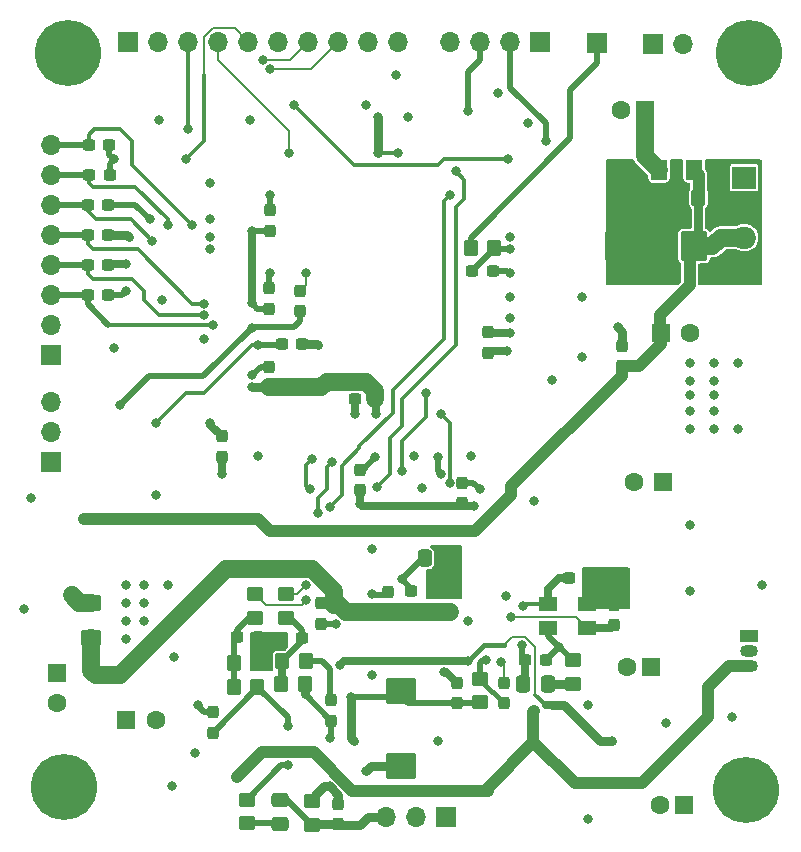
<source format=gbr>
%TF.GenerationSoftware,KiCad,Pcbnew,7.0.2*%
%TF.CreationDate,2023-11-02T12:22:51+01:00*%
%TF.ProjectId,stm_audio_board_V2,73746d5f-6175-4646-996f-5f626f617264,rev?*%
%TF.SameCoordinates,Original*%
%TF.FileFunction,Copper,L4,Bot*%
%TF.FilePolarity,Positive*%
%FSLAX46Y46*%
G04 Gerber Fmt 4.6, Leading zero omitted, Abs format (unit mm)*
G04 Created by KiCad (PCBNEW 7.0.2) date 2023-11-02 12:22:51*
%MOMM*%
%LPD*%
G01*
G04 APERTURE LIST*
G04 Aperture macros list*
%AMRoundRect*
0 Rectangle with rounded corners*
0 $1 Rounding radius*
0 $2 $3 $4 $5 $6 $7 $8 $9 X,Y pos of 4 corners*
0 Add a 4 corners polygon primitive as box body*
4,1,4,$2,$3,$4,$5,$6,$7,$8,$9,$2,$3,0*
0 Add four circle primitives for the rounded corners*
1,1,$1+$1,$2,$3*
1,1,$1+$1,$4,$5*
1,1,$1+$1,$6,$7*
1,1,$1+$1,$8,$9*
0 Add four rect primitives between the rounded corners*
20,1,$1+$1,$2,$3,$4,$5,0*
20,1,$1+$1,$4,$5,$6,$7,0*
20,1,$1+$1,$6,$7,$8,$9,0*
20,1,$1+$1,$8,$9,$2,$3,0*%
G04 Aperture macros list end*
%TA.AperFunction,SMDPad,CuDef*%
%ADD10RoundRect,0.237500X0.237500X-0.300000X0.237500X0.300000X-0.237500X0.300000X-0.237500X-0.300000X0*%
%TD*%
%TA.AperFunction,ComponentPad*%
%ADD11C,5.600000*%
%TD*%
%TA.AperFunction,ComponentPad*%
%ADD12R,2.000000X1.905000*%
%TD*%
%TA.AperFunction,ComponentPad*%
%ADD13O,2.000000X1.905000*%
%TD*%
%TA.AperFunction,ComponentPad*%
%ADD14R,1.500000X1.050000*%
%TD*%
%TA.AperFunction,ComponentPad*%
%ADD15O,1.500000X1.050000*%
%TD*%
%TA.AperFunction,ComponentPad*%
%ADD16R,1.700000X1.700000*%
%TD*%
%TA.AperFunction,ComponentPad*%
%ADD17O,1.700000X1.700000*%
%TD*%
%TA.AperFunction,SMDPad,CuDef*%
%ADD18RoundRect,0.237500X-0.237500X0.300000X-0.237500X-0.300000X0.237500X-0.300000X0.237500X0.300000X0*%
%TD*%
%TA.AperFunction,SMDPad,CuDef*%
%ADD19RoundRect,0.237500X-0.300000X-0.237500X0.300000X-0.237500X0.300000X0.237500X-0.300000X0.237500X0*%
%TD*%
%TA.AperFunction,SMDPad,CuDef*%
%ADD20RoundRect,0.250000X0.337500X0.475000X-0.337500X0.475000X-0.337500X-0.475000X0.337500X-0.475000X0*%
%TD*%
%TA.AperFunction,ComponentPad*%
%ADD21R,1.600000X1.600000*%
%TD*%
%TA.AperFunction,ComponentPad*%
%ADD22C,1.600000*%
%TD*%
%TA.AperFunction,SMDPad,CuDef*%
%ADD23RoundRect,0.250000X0.350000X0.450000X-0.350000X0.450000X-0.350000X-0.450000X0.350000X-0.450000X0*%
%TD*%
%TA.AperFunction,SMDPad,CuDef*%
%ADD24R,1.600000X1.300000*%
%TD*%
%TA.AperFunction,SMDPad,CuDef*%
%ADD25RoundRect,0.237500X0.300000X0.237500X-0.300000X0.237500X-0.300000X-0.237500X0.300000X-0.237500X0*%
%TD*%
%TA.AperFunction,SMDPad,CuDef*%
%ADD26RoundRect,0.250001X-0.462499X-0.624999X0.462499X-0.624999X0.462499X0.624999X-0.462499X0.624999X0*%
%TD*%
%TA.AperFunction,SMDPad,CuDef*%
%ADD27RoundRect,0.250000X-0.450000X0.350000X-0.450000X-0.350000X0.450000X-0.350000X0.450000X0.350000X0*%
%TD*%
%TA.AperFunction,SMDPad,CuDef*%
%ADD28RoundRect,0.250000X-1.025000X0.875000X-1.025000X-0.875000X1.025000X-0.875000X1.025000X0.875000X0*%
%TD*%
%TA.AperFunction,SMDPad,CuDef*%
%ADD29RoundRect,0.250000X-0.350000X-0.450000X0.350000X-0.450000X0.350000X0.450000X-0.350000X0.450000X0*%
%TD*%
%TA.AperFunction,SMDPad,CuDef*%
%ADD30RoundRect,0.250001X-0.624999X0.462499X-0.624999X-0.462499X0.624999X-0.462499X0.624999X0.462499X0*%
%TD*%
%TA.AperFunction,SMDPad,CuDef*%
%ADD31RoundRect,0.250000X-0.337500X-0.475000X0.337500X-0.475000X0.337500X0.475000X-0.337500X0.475000X0*%
%TD*%
%TA.AperFunction,SMDPad,CuDef*%
%ADD32RoundRect,0.250000X0.450000X-0.350000X0.450000X0.350000X-0.450000X0.350000X-0.450000X-0.350000X0*%
%TD*%
%TA.AperFunction,SMDPad,CuDef*%
%ADD33RoundRect,0.250000X0.875000X1.025000X-0.875000X1.025000X-0.875000X-1.025000X0.875000X-1.025000X0*%
%TD*%
%TA.AperFunction,SMDPad,CuDef*%
%ADD34RoundRect,0.250000X0.475000X-0.337500X0.475000X0.337500X-0.475000X0.337500X-0.475000X-0.337500X0*%
%TD*%
%TA.AperFunction,ViaPad*%
%ADD35C,0.800000*%
%TD*%
%TA.AperFunction,Conductor*%
%ADD36C,0.635000*%
%TD*%
%TA.AperFunction,Conductor*%
%ADD37C,0.508000*%
%TD*%
%TA.AperFunction,Conductor*%
%ADD38C,0.304800*%
%TD*%
%TA.AperFunction,Conductor*%
%ADD39C,0.762000*%
%TD*%
%TA.AperFunction,Conductor*%
%ADD40C,0.200000*%
%TD*%
%TA.AperFunction,Conductor*%
%ADD41C,1.016000*%
%TD*%
%TA.AperFunction,Conductor*%
%ADD42C,1.524000*%
%TD*%
%TA.AperFunction,Conductor*%
%ADD43C,0.400000*%
%TD*%
%TA.AperFunction,Conductor*%
%ADD44C,0.500000*%
%TD*%
G04 APERTURE END LIST*
D10*
%TO.P,C36,1*%
%TO.N,+3.3V*%
X212393400Y-86910700D03*
%TO.P,C36,2*%
%TO.N,GND*%
X212393400Y-85185700D03*
%TD*%
D11*
%TO.P,H2,1,1*%
%TO.N,GND*%
X245003000Y-112333000D03*
%TD*%
D12*
%TO.P,U3,1,IN*%
%TO.N,PWR_INPUT_12V-18V*%
X244877000Y-60471000D03*
D13*
%TO.P,U3,2,GND*%
%TO.N,GND*%
X244877000Y-63011000D03*
%TO.P,U3,3,OUT*%
%TO.N,5V*%
X244877000Y-65551000D03*
%TD*%
D14*
%TO.P,U6,1,IN*%
%TO.N,Net-(D3-K)*%
X245325000Y-99275000D03*
D15*
%TO.P,U6,2,GND*%
%TO.N,GND*%
X245325000Y-100545000D03*
%TO.P,U6,3,OUT*%
%TO.N,+9V*%
X245325000Y-101815000D03*
%TD*%
D16*
%TO.P,J4,1,Pin_1*%
%TO.N,TAP_TEMPO_INPUT*%
X232457000Y-49069000D03*
%TD*%
%TO.P,J5,1,Pin_1*%
%TO.N,+3.3V*%
X192739000Y-48975000D03*
D17*
%TO.P,J5,2,Pin_2*%
%TO.N,GND*%
X195279000Y-48975000D03*
%TO.P,J5,3,Pin_3*%
%TO.N,DISPLAY_CS*%
X197819000Y-48975000D03*
%TO.P,J5,4,Pin_4*%
%TO.N,DISPLAY_RST*%
X200359000Y-48975000D03*
%TO.P,J5,5,Pin_5*%
%TO.N,DISPLAY_DC*%
X202899000Y-48975000D03*
%TO.P,J5,6,Pin_6*%
%TO.N,DISPLAY_MOSI*%
X205439000Y-48975000D03*
%TO.P,J5,7,Pin_7*%
%TO.N,DISPLAY_SCK*%
X207979000Y-48975000D03*
%TO.P,J5,8,Pin_8*%
%TO.N,DISPLAY_MISO*%
X210519000Y-48975000D03*
%TO.P,J5,9,Pin_9*%
%TO.N,TOUCH_CS*%
X213059000Y-48975000D03*
%TO.P,J5,10,Pin_10*%
%TO.N,TOUCH_IRQ*%
X215599000Y-48975000D03*
%TD*%
D11*
%TO.P,H4,1,1*%
%TO.N,GND*%
X187599000Y-49887000D03*
%TD*%
%TO.P,H3,1,1*%
%TO.N,GND*%
X245278000Y-49887000D03*
%TD*%
%TO.P,H1,1,1*%
%TO.N,GND*%
X187324000Y-112058000D03*
%TD*%
D16*
%TO.P,J6,1,Pin_1*%
%TO.N,GND*%
X186229000Y-84563000D03*
D17*
%TO.P,J6,2,Pin_2*%
%TO.N,POT_EXT*%
X186229000Y-82023000D03*
%TO.P,J6,3,Pin_3*%
%TO.N,+3.3V*%
X186229000Y-79483000D03*
%TD*%
D16*
%TO.P,J7,1,Pin_1*%
%TO.N,GND*%
X186229000Y-75455000D03*
D17*
%TO.P,J7,2,Pin_2*%
%TO.N,+3.3V*%
X186229000Y-72915000D03*
%TO.P,J7,3,Pin_3*%
%TO.N,POT6*%
X186229000Y-70375000D03*
%TO.P,J7,4,Pin_4*%
%TO.N,POT5*%
X186229000Y-67835000D03*
%TO.P,J7,5,Pin_5*%
%TO.N,POT4*%
X186229000Y-65295000D03*
%TO.P,J7,6,Pin_6*%
%TO.N,POT3*%
X186229000Y-62755000D03*
%TO.P,J7,7,Pin_7*%
%TO.N,POT2*%
X186229000Y-60215000D03*
%TO.P,J7,8,Pin_8*%
%TO.N,POT1*%
X186229000Y-57675000D03*
%TD*%
D16*
%TO.P,J1,1,Pin_1*%
%TO.N,GND*%
X237187000Y-49127000D03*
D17*
%TO.P,J1,2,Pin_2*%
%TO.N,PWR_INPUT_12V-18V*%
X239727000Y-49127000D03*
%TD*%
D16*
%TO.P,J2,1,Pin_1*%
%TO.N,GND*%
X227633000Y-48975000D03*
D17*
%TO.P,J2,2,Pin_2*%
%TO.N,SWDIO*%
X225093000Y-48975000D03*
%TO.P,J2,3,Pin_3*%
%TO.N,SWCLK*%
X222553000Y-48975000D03*
%TO.P,J2,4,Pin_4*%
%TO.N,+3.3V*%
X220013000Y-48975000D03*
%TD*%
D16*
%TO.P,J3,1,Pin_1*%
%TO.N,GUITAR_IN*%
X219613000Y-114601000D03*
D17*
%TO.P,J3,2,Pin_2*%
%TO.N,GUITAR_OUT_L{slash}MONO*%
X217073000Y-114601000D03*
%TO.P,J3,3,Pin_3*%
%TO.N,GUITAR_OUT_R*%
X214533000Y-114601000D03*
%TD*%
D18*
%TO.P,C25,1*%
%TO.N,GND*%
X220543000Y-103238524D03*
%TO.P,C25,2*%
%TO.N,AD1939_CM*%
X220543000Y-104963524D03*
%TD*%
D19*
%TO.P,C54,1*%
%TO.N,POT5*%
X189314500Y-67885000D03*
%TO.P,C54,2*%
%TO.N,GND*%
X191039500Y-67885000D03*
%TD*%
D18*
%TO.P,C7,1*%
%TO.N,+3.3V*%
X200657000Y-82378500D03*
%TO.P,C7,2*%
%TO.N,GND*%
X200657000Y-84103500D03*
%TD*%
D20*
%TO.P,C15,1*%
%TO.N,5V*%
X241010500Y-62163000D03*
%TO.P,C15,2*%
%TO.N,GND*%
X238935500Y-62163000D03*
%TD*%
D21*
%TO.P,C13,1*%
%TO.N,PWR_INPUT_12V-18V*%
X236498241Y-54733000D03*
D22*
%TO.P,C13,2*%
%TO.N,GND*%
X234498241Y-54733000D03*
%TD*%
D23*
%TO.P,R22,1*%
%TO.N,Net-(U2A--)*%
X203674999Y-103569000D03*
%TO.P,R22,2*%
%TO.N,Net-(C41-Pad1)*%
X201674999Y-103569000D03*
%TD*%
D24*
%TO.P,Y1,1,1*%
%TO.N,AD1939_MCLKO*%
X228309000Y-96595000D03*
%TO.P,Y1,2,2*%
%TO.N,GND*%
X231609000Y-96595000D03*
%TO.P,Y1,3,3*%
%TO.N,AD1939_MCLKI*%
X231609000Y-98595000D03*
%TO.P,Y1,4,4*%
%TO.N,GND*%
X228309000Y-98595000D03*
%TD*%
D25*
%TO.P,C63,1*%
%TO.N,GND*%
X223603500Y-68346334D03*
%TO.P,C63,2*%
%TO.N,EXT_INT_BUTTON*%
X221878500Y-68346334D03*
%TD*%
D26*
%TO.P,D1,1,K*%
%TO.N,PWR_INPUT_12V-18V*%
X237663500Y-59817000D03*
%TO.P,D1,2,A*%
%TO.N,5V*%
X240638500Y-59817000D03*
%TD*%
D27*
%TO.P,R15,1*%
%TO.N,DAC2R*%
X206063664Y-95711000D03*
%TO.P,R15,2*%
%TO.N,Net-(C40-Pad2)*%
X206063664Y-97711000D03*
%TD*%
D23*
%TO.P,R20,1*%
%TO.N,GND*%
X203709665Y-101537000D03*
%TO.P,R20,2*%
%TO.N,Net-(C41-Pad1)*%
X201709665Y-101537000D03*
%TD*%
D21*
%TO.P,C29,1*%
%TO.N,+3.3VA*%
X192583000Y-106401759D03*
D22*
%TO.P,C29,2*%
%TO.N,GND*%
X195083000Y-106401759D03*
%TD*%
D19*
%TO.P,C41,1*%
%TO.N,Net-(C41-Pad1)*%
X201966500Y-99315004D03*
%TO.P,C41,2*%
%TO.N,GND*%
X203691500Y-99315004D03*
%TD*%
D25*
%TO.P,C9,1*%
%TO.N,+3.3V*%
X213643500Y-79177000D03*
%TO.P,C9,2*%
%TO.N,GND*%
X211918500Y-79177000D03*
%TD*%
D21*
%TO.P,C28,1*%
%TO.N,Net-(D2-K)*%
X186714241Y-102437000D03*
D22*
%TO.P,C28,2*%
%TO.N,GND*%
X186714241Y-104937000D03*
%TD*%
D19*
%TO.P,C56,1*%
%TO.N,POT6*%
X189314500Y-70431000D03*
%TO.P,C56,2*%
%TO.N,GND*%
X191039500Y-70431000D03*
%TD*%
D10*
%TO.P,C102,1*%
%TO.N,5V*%
X234540000Y-76447500D03*
%TO.P,C102,2*%
%TO.N,GND*%
X234540000Y-74722500D03*
%TD*%
D28*
%TO.P,C26,1*%
%TO.N,AD1939_CM*%
X215838976Y-103913000D03*
%TO.P,C26,2*%
%TO.N,GND*%
X215838976Y-110313000D03*
%TD*%
D21*
%TO.P,C70,1*%
%TO.N,5V*%
X237843000Y-73635759D03*
D22*
%TO.P,C70,2*%
%TO.N,GND*%
X240343000Y-73635759D03*
%TD*%
D27*
%TO.P,R3,1*%
%TO.N,Net-(U4A-+)*%
X222541000Y-102901024D03*
%TO.P,R3,2*%
%TO.N,AD1939_CM*%
X222541000Y-104901024D03*
%TD*%
D25*
%TO.P,C79,1*%
%TO.N,GND*%
X218437500Y-95425000D03*
%TO.P,C79,2*%
%TO.N,AD1939_FILTR*%
X216712500Y-95425000D03*
%TD*%
D29*
%TO.P,R19,1*%
%TO.N,Net-(C40-Pad2)*%
X205761661Y-101409000D03*
%TO.P,R19,2*%
%TO.N,Net-(C44-Pad2)*%
X207761661Y-101409000D03*
%TD*%
D30*
%TO.P,D2,1,K*%
%TO.N,Net-(D2-K)*%
X189617000Y-96439500D03*
%TO.P,D2,2,A*%
%TO.N,+3.3VA*%
X189617000Y-99414500D03*
%TD*%
D10*
%TO.P,C10,1*%
%TO.N,+3.3V*%
X204781000Y-64941500D03*
%TO.P,C10,2*%
%TO.N,GND*%
X204781000Y-63216500D03*
%TD*%
%TO.P,C34,2*%
%TO.N,GND*%
X220003000Y-95520500D03*
%TO.P,C34,1*%
%TO.N,+3.3VA*%
X220003000Y-97245500D03*
%TD*%
%TO.P,C61,1*%
%TO.N,POT_EXT*%
X207321000Y-71753500D03*
%TO.P,C61,2*%
%TO.N,GND*%
X207321000Y-70028500D03*
%TD*%
D31*
%TO.P,C80,2*%
%TO.N,GND*%
X219904500Y-92694000D03*
%TO.P,C80,1*%
%TO.N,AD1939_FILTR*%
X217829500Y-92694000D03*
%TD*%
D25*
%TO.P,C66,2*%
%TO.N,AD1939_MCLKO*%
X230030500Y-94385000D03*
%TO.P,C66,1*%
%TO.N,GND*%
X231755500Y-94385000D03*
%TD*%
D10*
%TO.P,C17,1*%
%TO.N,Net-(U4A-+)*%
X224525000Y-104963524D03*
%TO.P,C17,2*%
%TO.N,GND*%
X224525000Y-103238524D03*
%TD*%
D19*
%TO.P,C62,1*%
%TO.N,POT4*%
X189314500Y-65339000D03*
%TO.P,C62,2*%
%TO.N,GND*%
X191039500Y-65339000D03*
%TD*%
%TO.P,C40,1*%
%TO.N,GND*%
X205761163Y-99451000D03*
%TO.P,C40,2*%
%TO.N,Net-(C40-Pad2)*%
X207486163Y-99451000D03*
%TD*%
%TO.P,C57,1*%
%TO.N,POT2*%
X189432500Y-60267000D03*
%TO.P,C57,2*%
%TO.N,GND*%
X191157500Y-60267000D03*
%TD*%
D18*
%TO.P,C33,1*%
%TO.N,+3.3VA*%
X209081000Y-96506500D03*
%TO.P,C33,2*%
%TO.N,GND*%
X209081000Y-98231500D03*
%TD*%
D27*
%TO.P,R16,1*%
%TO.N,DAC2L*%
X203488998Y-95711000D03*
%TO.P,R16,2*%
%TO.N,Net-(C41-Pad1)*%
X203488998Y-97711000D03*
%TD*%
D18*
%TO.P,C47,1*%
%TO.N,GND*%
X210531999Y-113501500D03*
%TO.P,C47,2*%
%TO.N,GUITAR_OUT_R*%
X210531999Y-115226500D03*
%TD*%
D19*
%TO.P,C55,1*%
%TO.N,POT1*%
X189426500Y-57727000D03*
%TO.P,C55,2*%
%TO.N,GND*%
X191151500Y-57727000D03*
%TD*%
D23*
%TO.P,R33,1*%
%TO.N,EXT_INT_BUTTON*%
X223727000Y-66384334D03*
%TO.P,R33,2*%
%TO.N,TAP_TEMPO_INPUT*%
X221727000Y-66384334D03*
%TD*%
D32*
%TO.P,R23,1*%
%TO.N,Net-(C46-Pad1)*%
X202808996Y-115127000D03*
%TO.P,R23,2*%
%TO.N,Net-(R23-Pad2)*%
X202808996Y-113127000D03*
%TD*%
D10*
%TO.P,C11,1*%
%TO.N,+3.3V*%
X204653000Y-78195500D03*
%TO.P,C11,2*%
%TO.N,GND*%
X204653000Y-76470500D03*
%TD*%
%TO.P,C14,1*%
%TO.N,+3.3V*%
X221013000Y-88023500D03*
%TO.P,C14,2*%
%TO.N,GND*%
X221013000Y-86298500D03*
%TD*%
D32*
%TO.P,R10,1*%
%TO.N,Net-(C67-Pad1)*%
X230373000Y-103325000D03*
%TO.P,R10,2*%
%TO.N,GND*%
X230373000Y-101325000D03*
%TD*%
D21*
%TO.P,C76,1*%
%TO.N,Net-(7660S1-CAP+)*%
X237006241Y-101881000D03*
D22*
%TO.P,C76,2*%
%TO.N,Net-(7660S1-CAP-)*%
X235006241Y-101881000D03*
%TD*%
D21*
%TO.P,C77,1*%
%TO.N,GND*%
X239773000Y-113562241D03*
D22*
%TO.P,C77,2*%
%TO.N,-9V*%
X237773000Y-113562241D03*
%TD*%
D20*
%TO.P,C67,1*%
%TO.N,Net-(C67-Pad1)*%
X228259500Y-103322000D03*
%TO.P,C67,2*%
%TO.N,AD1939_LF*%
X226184500Y-103322000D03*
%TD*%
D32*
%TO.P,R24,1*%
%TO.N,GUITAR_OUT_R*%
X208262996Y-115241000D03*
%TO.P,R24,2*%
%TO.N,GND*%
X208262996Y-113241000D03*
%TD*%
D10*
%TO.P,C44,1*%
%TO.N,Net-(U2A-+)*%
X209908330Y-106429500D03*
%TO.P,C44,2*%
%TO.N,Net-(C44-Pad2)*%
X209908330Y-104704500D03*
%TD*%
D19*
%TO.P,C59,1*%
%TO.N,POT3*%
X189314500Y-62793000D03*
%TO.P,C59,2*%
%TO.N,GND*%
X191039500Y-62793000D03*
%TD*%
D18*
%TO.P,C64,1*%
%TO.N,+3.3V*%
X223163000Y-73552500D03*
%TO.P,C64,2*%
%TO.N,GND*%
X223163000Y-75277500D03*
%TD*%
D10*
%TO.P,C6,1*%
%TO.N,+3.3V*%
X204653000Y-71561500D03*
%TO.P,C6,2*%
%TO.N,GND*%
X204653000Y-69836500D03*
%TD*%
D33*
%TO.P,C4,1*%
%TO.N,5V*%
X240633000Y-66257000D03*
%TO.P,C4,2*%
%TO.N,GND*%
X234233000Y-66257000D03*
%TD*%
D34*
%TO.P,C46,1*%
%TO.N,Net-(C46-Pad1)*%
X205609004Y-115210500D03*
%TO.P,C46,2*%
%TO.N,GUITAR_OUT_R*%
X205609004Y-113135500D03*
%TD*%
D19*
%TO.P,C16,1*%
%TO.N,/MCU/NRST*%
X205738500Y-74575000D03*
%TO.P,C16,2*%
%TO.N,GND*%
X207463500Y-74575000D03*
%TD*%
D10*
%TO.P,C65,2*%
%TO.N,GND*%
X233831000Y-96636500D03*
%TO.P,C65,1*%
%TO.N,AD1939_MCLKI*%
X233831000Y-98361500D03*
%TD*%
D18*
%TO.P,C45,1*%
%TO.N,GND*%
X199896996Y-105748501D03*
%TO.P,C45,2*%
%TO.N,Net-(U2A--)*%
X199896996Y-107473501D03*
%TD*%
D21*
%TO.P,C71,1*%
%TO.N,+3.3V*%
X238022241Y-86229000D03*
D22*
%TO.P,C71,2*%
%TO.N,GND*%
X235522241Y-86229000D03*
%TD*%
D10*
%TO.P,C32,1*%
%TO.N,+3.3VA*%
X214771000Y-97233494D03*
%TO.P,C32,2*%
%TO.N,GND*%
X214771000Y-95508494D03*
%TD*%
D25*
%TO.P,C68,1*%
%TO.N,GND*%
X228089500Y-101297000D03*
%TO.P,C68,2*%
%TO.N,AD1939_LF*%
X226364500Y-101297000D03*
%TD*%
D23*
%TO.P,R21,1*%
%TO.N,Net-(U2A-+)*%
X207693000Y-103377668D03*
%TO.P,R21,2*%
%TO.N,Net-(C40-Pad2)*%
X205693000Y-103377668D03*
%TD*%
D35*
%TO.N,GND*%
X217576400Y-86715600D03*
X213664800Y-84124800D03*
X218948000Y-94234000D03*
X220345000Y-94234000D03*
X204724000Y-100457000D03*
X203708000Y-84074000D03*
X192786000Y-65532000D03*
X191516000Y-74930000D03*
X211918500Y-80518000D03*
X210312000Y-98298000D03*
X225044000Y-72346000D03*
X242316000Y-80264000D03*
X207772000Y-68580000D03*
X240284000Y-77724000D03*
X200660000Y-85598000D03*
X237744000Y-68072000D03*
X194056000Y-94996000D03*
X192532000Y-70104000D03*
X235204000Y-69088000D03*
X233121200Y-94183200D03*
X192532000Y-98044000D03*
X237744000Y-61976000D03*
X242316000Y-76200000D03*
X234645200Y-94183200D03*
X240284000Y-81788000D03*
X213360000Y-95758000D03*
X222504000Y-86868000D03*
X198374000Y-109220000D03*
X236220000Y-65024000D03*
X199644000Y-64008000D03*
X242824000Y-61976000D03*
X231140000Y-75692000D03*
X192532000Y-94996000D03*
X243840000Y-106172000D03*
X244348000Y-76200000D03*
X236220000Y-63500000D03*
X234188000Y-64008000D03*
X242824000Y-59944000D03*
X195580000Y-70803500D03*
X231648000Y-114808000D03*
X231137500Y-70612000D03*
X208788000Y-74676000D03*
X216916000Y-84074000D03*
X242316000Y-81788000D03*
X194056000Y-98044000D03*
X236220000Y-68072000D03*
X194564000Y-64008000D03*
X216408000Y-55372000D03*
X239268000Y-63500000D03*
X195072000Y-87376000D03*
X221488000Y-98044000D03*
X203200000Y-77216000D03*
X238252000Y-106680000D03*
X224790000Y-75184000D03*
X221742000Y-84074000D03*
X244348000Y-69088000D03*
X244348000Y-81788000D03*
X209804000Y-112014000D03*
X192532000Y-99568000D03*
X228600000Y-77597000D03*
X237744000Y-66548000D03*
X198628000Y-105156000D03*
X234188000Y-73152000D03*
X236728000Y-69088000D03*
X236220000Y-66548000D03*
X224274387Y-101505029D03*
X233680000Y-69088000D03*
X225044000Y-70612000D03*
X213360000Y-102616000D03*
X219456000Y-102362000D03*
X199644000Y-65532000D03*
X242316000Y-77724000D03*
X237744000Y-63500000D03*
X184531000Y-87630000D03*
X199136000Y-74168000D03*
X234645200Y-95199200D03*
X231648000Y-105156000D03*
X235204000Y-60960000D03*
X196437523Y-111960705D03*
X237744000Y-65024000D03*
X199644000Y-66548000D03*
X194056000Y-96520000D03*
X242824000Y-67564000D03*
X246380000Y-94996000D03*
X240284000Y-95504000D03*
X245872000Y-69088000D03*
X218948000Y-108204000D03*
X236220000Y-61976000D03*
X234188000Y-59944000D03*
X196088000Y-94996000D03*
X203008424Y-55563576D03*
X245872000Y-67564000D03*
X234188000Y-61976000D03*
X199644000Y-60960000D03*
X226568000Y-55880000D03*
X244348000Y-67564000D03*
X240284000Y-76200000D03*
X224028000Y-53340000D03*
X224698128Y-95918628D03*
X212852000Y-110744000D03*
X227076000Y-87884000D03*
X192532000Y-96520000D03*
X212852000Y-54356000D03*
X242824000Y-69088000D03*
X196596000Y-101092000D03*
X240284000Y-80264000D03*
X233121200Y-95199200D03*
X204724000Y-61976000D03*
X204724000Y-68580000D03*
X225044000Y-65532000D03*
X229209250Y-100177250D03*
X225044000Y-68580000D03*
X238252000Y-69088000D03*
X240284000Y-89916000D03*
X242316000Y-78846000D03*
X213360000Y-91948000D03*
X183896000Y-97028000D03*
X191516000Y-58928000D03*
X192532000Y-67818000D03*
X242824000Y-63500000D03*
X240284000Y-78846000D03*
%TO.N,DISPLAY_CS*%
X197819000Y-56388000D03*
%TO.N,DISPLAY_RST*%
X206360613Y-58420000D03*
%TO.N,DISPLAY_DC*%
X197612000Y-58928000D03*
%TO.N,DISPLAY_SCK*%
X204136671Y-50499267D03*
%TO.N,5V*%
X188976000Y-89408000D03*
%TO.N,Net-(D2-K)*%
X187960000Y-95813000D03*
%TO.N,DISPLAY_MISO*%
X204724000Y-51308000D03*
%TO.N,+3.3V*%
X221996000Y-88285000D03*
X203200000Y-65024000D03*
X203200000Y-71120000D03*
X213868000Y-55372000D03*
X195326000Y-55626000D03*
X215571500Y-58420000D03*
X225044000Y-73660000D03*
X199644000Y-81280000D03*
X215392000Y-51816000D03*
X212344000Y-88138000D03*
X213676500Y-80518000D03*
X203200000Y-78232000D03*
X213868000Y-58420000D03*
%TO.N,Net-(U4A-+)*%
X223012000Y-101346000D03*
%TO.N,AD1939_I2S2_SDO*%
X219938500Y-86360000D03*
X219202000Y-80518000D03*
%TO.N,AD1939_I2S1_SDI*%
X217932000Y-78740000D03*
X215900000Y-85344000D03*
%TO.N,AD1939_SPI3_MOSI*%
X208280000Y-84328000D03*
X208088500Y-86868000D03*
%TO.N,AD1939_I2S2_CK*%
X219188622Y-85584622D03*
X218948000Y-84136500D03*
%TO.N,AD1939_SPI3_CLK*%
X209804000Y-88392000D03*
X219964000Y-61976000D03*
%TO.N,AD1939_SPI3_MISO*%
X213763211Y-86656289D03*
X220472000Y-59944000D03*
%TO.N,AD1939_SPI_CS*%
X208788000Y-88900000D03*
X210005833Y-84529833D03*
%TO.N,AD1939_CM*%
X211836000Y-108204000D03*
X211601000Y-104413000D03*
%TO.N,+3.3VA*%
X210171622Y-96633622D03*
X189992000Y-102616000D03*
X214771000Y-97233494D03*
%TO.N,EXT_INT_BUTTON*%
X225044000Y-66548000D03*
%TO.N,AD1939_MCLKI*%
X225171000Y-97645000D03*
%TO.N,AD1939_MCLKO*%
X226187000Y-96774000D03*
%TO.N,AD1939_LF*%
X226060000Y-100076000D03*
%TO.N,+9V*%
X201930000Y-111252000D03*
X227025721Y-108254279D03*
X227076000Y-105664000D03*
%TO.N,-9V*%
X210693000Y-101727000D03*
X233680000Y-108204000D03*
X221491442Y-101403096D03*
%TO.N,AD1939_FILTR*%
X215900000Y-94488000D03*
%TO.N,SWDIO*%
X228092000Y-57404000D03*
%TO.N,SWCLK*%
X221488000Y-54864000D03*
%TO.N,DAC2R*%
X207772000Y-94996000D03*
%TO.N,DAC2L*%
X207772000Y-96266000D03*
%TO.N,Net-(R23-Pad2)*%
X206248000Y-110236000D03*
%TO.N,/MCU/NRST*%
X195072000Y-81280000D03*
X203708000Y-74676000D03*
%TO.N,POT5*%
X199136000Y-72136000D03*
%TO.N,POT1*%
X198120000Y-64516000D03*
%TO.N,POT6*%
X199884622Y-72911378D03*
%TO.N,POT2*%
X196088000Y-64516000D03*
%TO.N,POT3*%
X194789157Y-65814843D03*
%TO.N,POT_EXT*%
X192024000Y-79756000D03*
X203195076Y-73156924D03*
%TO.N,POT4*%
X199120535Y-71135465D03*
%TO.N,Net-(U2A-+)*%
X209804000Y-107950000D03*
%TO.N,Net-(U2A--)*%
X206248000Y-106934000D03*
%TO.N,Net-(C1-Pad1)*%
X224872000Y-58928000D03*
X206756000Y-54356000D03*
%TD*%
D36*
%TO.N,+3.3V*%
X212344000Y-86960100D02*
X212393400Y-86910700D01*
X212344000Y-88138000D02*
X212344000Y-86960100D01*
X212491000Y-88285000D02*
X221996000Y-88285000D01*
X212344000Y-88138000D02*
X212491000Y-88285000D01*
D37*
%TO.N,GND*%
X212603900Y-85185700D02*
X213664800Y-84124800D01*
X212393400Y-85185700D02*
X212603900Y-85185700D01*
D38*
%TO.N,AD1939_SPI3_CLK*%
X210820000Y-87376000D02*
X209804000Y-88392000D01*
X210820000Y-84886800D02*
X210820000Y-87376000D01*
X212317955Y-83185645D02*
X212317955Y-83388845D01*
X215138000Y-80365600D02*
X212317955Y-83185645D01*
X215138000Y-78486000D02*
X215138000Y-80365600D01*
X212317955Y-83388845D02*
X210820000Y-84886800D01*
X219456000Y-74168000D02*
X215138000Y-78486000D01*
X219964000Y-61976000D02*
X219456000Y-62484000D01*
X219456000Y-62484000D02*
X219456000Y-74168000D01*
D36*
%TO.N,GND*%
X224790000Y-75184000D02*
X223256500Y-75184000D01*
D39*
X234569000Y-74693500D02*
X234540000Y-74722500D01*
X234569000Y-73533000D02*
X234569000Y-74693500D01*
X234188000Y-73152000D02*
X234569000Y-73533000D01*
D38*
%TO.N,AD1939_MCLKO*%
X226366000Y-96595000D02*
X228309000Y-96595000D01*
X226187000Y-96774000D02*
X226366000Y-96595000D01*
D40*
%TO.N,AD1939_MCLKI*%
X230659000Y-97645000D02*
X231609000Y-98595000D01*
X225171000Y-97645000D02*
X230659000Y-97645000D01*
D36*
%TO.N,-9V*%
X210693000Y-101727000D02*
X211016904Y-101403096D01*
X211016904Y-101403096D02*
X221491442Y-101403096D01*
D39*
%TO.N,AD1939_CM*%
X211582000Y-104432000D02*
X211601000Y-104413000D01*
X211836000Y-108204000D02*
X211582000Y-107950000D01*
X211582000Y-107950000D02*
X211582000Y-104432000D01*
D41*
%TO.N,5V*%
X204724000Y-90424000D02*
X203708000Y-89408000D01*
X203708000Y-89408000D02*
X188976000Y-89408000D01*
X222123000Y-90424000D02*
X204724000Y-90424000D01*
X225171000Y-86604344D02*
X225171000Y-87376000D01*
X225171000Y-87376000D02*
X222123000Y-90424000D01*
X234540000Y-77235344D02*
X225171000Y-86604344D01*
D42*
%TO.N,+3.3VA*%
X189617000Y-102241000D02*
X189992000Y-102616000D01*
X189617000Y-99414500D02*
X189617000Y-102241000D01*
D39*
X189992000Y-99789500D02*
X189617000Y-99414500D01*
D37*
%TO.N,AD1939_FILTR*%
X217440000Y-92948000D02*
X215900000Y-94488000D01*
X217829500Y-92948000D02*
X217440000Y-92948000D01*
D42*
%TO.N,+3.3V*%
X213643500Y-78515500D02*
X213643500Y-79177000D01*
X212868000Y-77740000D02*
X213643500Y-78515500D01*
X209534000Y-77740000D02*
X212868000Y-77740000D01*
X209042000Y-78232000D02*
X209534000Y-77740000D01*
X204689500Y-78232000D02*
X209042000Y-78232000D01*
X204653000Y-78195500D02*
X204689500Y-78232000D01*
D36*
X213676500Y-79210000D02*
X213643500Y-79177000D01*
X213676500Y-80518000D02*
X213676500Y-79210000D01*
%TO.N,GND*%
X211918500Y-80518000D02*
X211918500Y-79177000D01*
X200660000Y-85598000D02*
X200660000Y-84106500D01*
X200660000Y-84106500D02*
X200657000Y-84103500D01*
D41*
%TO.N,5V*%
X241046000Y-62127500D02*
X241010500Y-62163000D01*
X240638500Y-59817000D02*
X241046000Y-60224500D01*
X241046000Y-60224500D02*
X241046000Y-62127500D01*
D39*
X241010500Y-65879500D02*
X240633000Y-66257000D01*
X241010500Y-62163000D02*
X241010500Y-65879500D01*
D42*
X242910841Y-65551000D02*
X244877000Y-65551000D01*
X242204841Y-66257000D02*
X242910841Y-65551000D01*
X240633000Y-66257000D02*
X242204841Y-66257000D01*
D37*
%TO.N,GND*%
X192205000Y-70431000D02*
X191039500Y-70431000D01*
X192532000Y-70104000D02*
X192205000Y-70431000D01*
%TO.N,POT6*%
X189314500Y-71204500D02*
X189314500Y-70431000D01*
X191021378Y-72911378D02*
X189314500Y-71204500D01*
D38*
X199884622Y-72911378D02*
X191021378Y-72911378D01*
%TO.N,POT5*%
X189738000Y-69088000D02*
X189314500Y-68664500D01*
X194056000Y-70858777D02*
X194056000Y-70104000D01*
X193040000Y-69088000D02*
X189738000Y-69088000D01*
X195333223Y-72136000D02*
X194056000Y-70858777D01*
X194056000Y-70104000D02*
X193040000Y-69088000D01*
X189314500Y-68664500D02*
X189314500Y-67885000D01*
X199136000Y-72136000D02*
X195333223Y-72136000D01*
%TO.N,POT4*%
X193548000Y-66548000D02*
X189738000Y-66548000D01*
X198135465Y-71135465D02*
X193548000Y-66548000D01*
X189314500Y-66124500D02*
X189314500Y-65339000D01*
X199120535Y-71135465D02*
X198135465Y-71135465D01*
X189738000Y-66548000D02*
X189314500Y-66124500D01*
D39*
%TO.N,GND*%
X192593000Y-65339000D02*
X192786000Y-65532000D01*
X191039500Y-65339000D02*
X192593000Y-65339000D01*
D37*
X191106500Y-67818000D02*
X191039500Y-67885000D01*
D36*
X192532000Y-67818000D02*
X191106500Y-67818000D01*
D38*
%TO.N,POT3*%
X189314500Y-63330500D02*
X189314500Y-62793000D01*
X189992000Y-64008000D02*
X189314500Y-63330500D01*
X194789157Y-65814843D02*
X192982314Y-64008000D01*
X192982314Y-64008000D02*
X189992000Y-64008000D01*
%TO.N,Net-(C1-Pad1)*%
X219456000Y-58928000D02*
X220498050Y-58928000D01*
X218948000Y-59436000D02*
X219456000Y-58928000D01*
X206756000Y-54356000D02*
X211836000Y-59436000D01*
X211836000Y-59436000D02*
X218948000Y-59436000D01*
D39*
%TO.N,GND*%
X209296000Y-112014000D02*
X209804000Y-112014000D01*
X208577000Y-112733000D02*
X209296000Y-112014000D01*
X208577000Y-113241000D02*
X208577000Y-112733000D01*
D37*
%TO.N,Net-(C40-Pad2)*%
X206423000Y-97711000D02*
X206063664Y-97711000D01*
X207486163Y-98774163D02*
X206423000Y-97711000D01*
X207486163Y-99133499D02*
X207486163Y-98774163D01*
D40*
%TO.N,DAC2R*%
X206063664Y-95711000D02*
X207057000Y-95711000D01*
X207057000Y-95711000D02*
X207772000Y-94996000D01*
D41*
%TO.N,5V*%
X234540000Y-76447500D02*
X234540000Y-77235344D01*
D37*
%TO.N,TAP_TEMPO_INPUT*%
X221727000Y-65547000D02*
X221727000Y-66384334D01*
X230124000Y-53086000D02*
X230124000Y-57150000D01*
X232457000Y-50753000D02*
X230124000Y-53086000D01*
X232457000Y-49069000D02*
X232457000Y-50753000D01*
X230124000Y-57150000D02*
X221727000Y-65547000D01*
%TO.N,SWDIO*%
X228092000Y-55880000D02*
X228092000Y-57404000D01*
X225093000Y-52881000D02*
X228092000Y-55880000D01*
X225093000Y-48975000D02*
X225093000Y-52881000D01*
%TO.N,SWCLK*%
X221488000Y-51562000D02*
X221488000Y-54864000D01*
X222553000Y-50497000D02*
X221488000Y-51562000D01*
X222553000Y-48975000D02*
X222553000Y-50497000D01*
D38*
%TO.N,AD1939_SPI3_MISO*%
X214884000Y-85535500D02*
X213763211Y-86656289D01*
X214884000Y-82550000D02*
X214884000Y-85535500D01*
X220472000Y-62965950D02*
X220472000Y-74676000D01*
X215900000Y-81534000D02*
X214884000Y-82550000D01*
X221172000Y-62265950D02*
X220472000Y-62965950D01*
X220472000Y-74676000D02*
X215900000Y-79248000D01*
X221172000Y-60644000D02*
X221172000Y-62265950D01*
X215900000Y-79248000D02*
X215900000Y-81534000D01*
X220472000Y-59944000D02*
X221172000Y-60644000D01*
%TO.N,AD1939_SPI_CS*%
X208788000Y-87630000D02*
X209550000Y-86868000D01*
X208788000Y-88900000D02*
X208788000Y-87630000D01*
X209550000Y-86868000D02*
X209550000Y-84985666D01*
X209550000Y-84985666D02*
X210005833Y-84529833D01*
D37*
%TO.N,AD1939_I2S2_CK*%
X218948000Y-85344000D02*
X218948000Y-84136500D01*
X219188622Y-85584622D02*
X218948000Y-85344000D01*
D38*
%TO.N,AD1939_I2S2_SDO*%
X219964000Y-81280000D02*
X219964000Y-86334500D01*
X219202000Y-80518000D02*
X219964000Y-81280000D01*
D40*
X219964000Y-86334500D02*
X219938500Y-86360000D01*
D38*
%TO.N,/MCU/NRST*%
X203200000Y-74676000D02*
X199136000Y-78740000D01*
X199136000Y-78740000D02*
X197612000Y-78740000D01*
D37*
X203708000Y-74676000D02*
X205637500Y-74676000D01*
D38*
X203708000Y-74676000D02*
X203200000Y-74676000D01*
X197612000Y-78740000D02*
X195072000Y-81280000D01*
D39*
%TO.N,GND*%
X208788000Y-74676000D02*
X208687000Y-74575000D01*
X208687000Y-74575000D02*
X207463500Y-74575000D01*
D37*
%TO.N,POT_EXT*%
X203214000Y-73138000D02*
X203195076Y-73156924D01*
X206770000Y-73138000D02*
X203214000Y-73138000D01*
X207321000Y-72587000D02*
X206770000Y-73138000D01*
X207321000Y-71753500D02*
X207321000Y-72587000D01*
%TO.N,GND*%
X194564000Y-64008000D02*
X193349000Y-62793000D01*
X193349000Y-62793000D02*
X191039500Y-62793000D01*
D38*
%TO.N,POT2*%
X193303600Y-61223600D02*
X189747600Y-61223600D01*
%TO.N,DISPLAY_DC*%
X199136000Y-57404000D02*
X199136000Y-51816000D01*
X197612000Y-58928000D02*
X199136000Y-57404000D01*
%TO.N,POT2*%
X196088000Y-64516000D02*
X196088000Y-64008000D01*
X196088000Y-64008000D02*
X193303600Y-61223600D01*
%TO.N,DISPLAY_CS*%
X197819000Y-56388000D02*
X197819000Y-48975000D01*
%TO.N,POT2*%
X189432500Y-60908500D02*
X189432500Y-60267000D01*
X189747600Y-61223600D02*
X189432500Y-60908500D01*
%TO.N,POT1*%
X193040000Y-57404000D02*
X192024000Y-56388000D01*
X189870750Y-56388000D02*
X189426500Y-56832250D01*
X193040000Y-59436000D02*
X193040000Y-57404000D01*
X192024000Y-56388000D02*
X189870750Y-56388000D01*
X189426500Y-56832250D02*
X189426500Y-57727000D01*
X198120000Y-64516000D02*
X193040000Y-59436000D01*
D37*
%TO.N,GND*%
X223603500Y-68346334D02*
X224810334Y-68346334D01*
D40*
X219456000Y-102362000D02*
X219666476Y-102362000D01*
D37*
X229209250Y-100177250D02*
X228089500Y-101297000D01*
X204781000Y-62033000D02*
X204724000Y-61976000D01*
X229225250Y-100177250D02*
X230373000Y-101325000D01*
X191151500Y-58563500D02*
X191516000Y-58928000D01*
D40*
X213360000Y-91948000D02*
X213471000Y-92059000D01*
D37*
X191516000Y-58928000D02*
X191157500Y-59286500D01*
D36*
X219666476Y-102362000D02*
X220543000Y-103238524D01*
D37*
X204781000Y-63216500D02*
X204781000Y-62033000D01*
D40*
X224525000Y-103238524D02*
X224525000Y-101755642D01*
D37*
X221013000Y-86298500D02*
X221934500Y-86298500D01*
X210312000Y-98298000D02*
X209147500Y-98298000D01*
X229209250Y-100177250D02*
X229225250Y-100177250D01*
X224810334Y-68346334D02*
X225044000Y-68580000D01*
X204653000Y-68651000D02*
X204724000Y-68580000D01*
X204653000Y-69836500D02*
X204653000Y-68651000D01*
X214771000Y-95762494D02*
X213364494Y-95762494D01*
X228309000Y-99277000D02*
X228309000Y-98595000D01*
D40*
X213364494Y-95762494D02*
X213360000Y-95758000D01*
D37*
X221934500Y-86298500D02*
X222504000Y-86868000D01*
D39*
X238935500Y-62163000D02*
X237931000Y-62163000D01*
X210531999Y-113501500D02*
X210531999Y-112741999D01*
X215838976Y-110313000D02*
X213283000Y-110313000D01*
X210531999Y-112741999D02*
X209804000Y-112014000D01*
D37*
X191157500Y-59286500D02*
X191157500Y-60267000D01*
X198628000Y-105240501D02*
X198628000Y-105156000D01*
X191151500Y-57727000D02*
X191151500Y-58563500D01*
X204653000Y-76470500D02*
X203945500Y-76470500D01*
D40*
X207321000Y-70028500D02*
X207772000Y-69577500D01*
D39*
X213283000Y-110313000D02*
X212852000Y-110744000D01*
D37*
X229209250Y-100177250D02*
X228309000Y-99277000D01*
D39*
X234233000Y-64053000D02*
X234188000Y-64008000D01*
D37*
X199136000Y-105748501D02*
X198628000Y-105240501D01*
D42*
X234233000Y-66257000D02*
X234233000Y-64053000D01*
D37*
X199136000Y-105748501D02*
X199896996Y-105748501D01*
D40*
X224525000Y-101755642D02*
X224274387Y-101505029D01*
D37*
X203945500Y-76470500D02*
X203200000Y-77216000D01*
D40*
X207772000Y-69577500D02*
X207772000Y-68580000D01*
D39*
X237931000Y-62163000D02*
X237744000Y-61976000D01*
D40*
%TO.N,DISPLAY_RST*%
X200359000Y-50472950D02*
X200359000Y-48975000D01*
X206360613Y-56474563D02*
X200359000Y-50472950D01*
X206360613Y-58420000D02*
X206360613Y-56474563D01*
%TO.N,DISPLAY_DC*%
X199882654Y-47825000D02*
X199136000Y-48571654D01*
X201749000Y-47825000D02*
X199882654Y-47825000D01*
X202899000Y-48975000D02*
X201749000Y-47825000D01*
X199136000Y-48571654D02*
X199136000Y-51816000D01*
%TO.N,DISPLAY_SCK*%
X204136671Y-50499267D02*
X206454733Y-50499267D01*
X206454733Y-50499267D02*
X207979000Y-48975000D01*
D41*
%TO.N,5V*%
X240284000Y-69596000D02*
X240284000Y-66606000D01*
X237843000Y-74577000D02*
X237843000Y-73635759D01*
X234540000Y-76447500D02*
X235972500Y-76447500D01*
X235972500Y-76447500D02*
X237843000Y-74577000D01*
X237744000Y-73536759D02*
X237744000Y-72136000D01*
X237744000Y-72136000D02*
X240284000Y-69596000D01*
D42*
%TO.N,Net-(D2-K)*%
X189617000Y-96439500D02*
X188586500Y-96439500D01*
X188586500Y-96439500D02*
X187960000Y-95813000D01*
D40*
%TO.N,DISPLAY_MISO*%
X204724000Y-51308000D02*
X208186000Y-51308000D01*
X208186000Y-51308000D02*
X210519000Y-48975000D01*
%TO.N,+3.3V*%
X221734500Y-88023500D02*
X221996000Y-88285000D01*
D37*
X204653000Y-71561500D02*
X203641500Y-71561500D01*
D36*
X203200000Y-71120000D02*
X203200000Y-65024000D01*
X199644000Y-81365500D02*
X200657000Y-82378500D01*
D38*
X213868000Y-58420000D02*
X215571500Y-58420000D01*
D37*
X203641500Y-71561500D02*
X203200000Y-71120000D01*
D39*
X213868000Y-55372000D02*
X213868000Y-58420000D01*
D36*
X225044000Y-73660000D02*
X223270500Y-73660000D01*
X199644000Y-81280000D02*
X199644000Y-81365500D01*
D39*
X203200000Y-78232000D02*
X204616500Y-78232000D01*
D37*
X203200000Y-65024000D02*
X204355500Y-65024000D01*
D40*
X221013000Y-88023500D02*
X221734500Y-88023500D01*
D37*
%TO.N,Net-(U4A-+)*%
X223012000Y-101346000D02*
X222758000Y-101346000D01*
D43*
X222541000Y-102979524D02*
X224525000Y-104963524D01*
D37*
X222758000Y-101346000D02*
X222504000Y-101600000D01*
X222504000Y-101600000D02*
X222541000Y-101637000D01*
X222541000Y-101637000D02*
X222541000Y-102901024D01*
D38*
%TO.N,AD1939_I2S1_SDI*%
X215900000Y-82804000D02*
X215900000Y-85344000D01*
X217932000Y-78740000D02*
X217932000Y-80772000D01*
X217932000Y-80772000D02*
X215900000Y-82804000D01*
%TO.N,AD1939_SPI3_MOSI*%
X207772000Y-86551500D02*
X207772000Y-84836000D01*
X207772000Y-84836000D02*
X208280000Y-84328000D01*
X208088500Y-86868000D02*
X207772000Y-86551500D01*
D44*
%TO.N,AD1939_CM*%
X216389500Y-104963524D02*
X215838976Y-104413000D01*
X211601000Y-104413000D02*
X215838976Y-104413000D01*
X222478500Y-104963524D02*
X220543000Y-104963524D01*
X220543000Y-104963524D02*
X216389500Y-104963524D01*
D40*
%TO.N,+3.3VA*%
X209081000Y-96506500D02*
X210044500Y-96506500D01*
D42*
X219990994Y-97233494D02*
X220003000Y-97245500D01*
X210171622Y-95469463D02*
X210171622Y-96633622D01*
X201006000Y-93634000D02*
X192024000Y-102616000D01*
X214771000Y-97233494D02*
X219990994Y-97233494D01*
X210573781Y-96633622D02*
X210171622Y-96633622D01*
X214771000Y-97233494D02*
X211173653Y-97233494D01*
X201006000Y-93634000D02*
X208336159Y-93634000D01*
X211173653Y-97233494D02*
X210573781Y-96633622D01*
X192024000Y-102616000D02*
X189992000Y-102616000D01*
D40*
X210044500Y-96506500D02*
X210171622Y-96633622D01*
D42*
X208336159Y-93634000D02*
X210171622Y-95469463D01*
D37*
%TO.N,Net-(C41-Pad1)*%
X201709665Y-101537000D02*
X201709665Y-103534334D01*
X203002999Y-97711000D02*
X203488998Y-97711000D01*
X201709665Y-101537000D02*
X201709665Y-99571839D01*
X201966500Y-98747499D02*
X203002999Y-97711000D01*
X201966500Y-99233498D02*
X201966500Y-98747499D01*
%TO.N,Net-(C44-Pad2)*%
X209804000Y-102108000D02*
X209105000Y-101409000D01*
X209804000Y-104600170D02*
X209804000Y-102108000D01*
X209105000Y-101409000D02*
X207761661Y-101409000D01*
D39*
%TO.N,GUITAR_OUT_R*%
X213059000Y-114601000D02*
X212344000Y-115316000D01*
D37*
X206157496Y-113135500D02*
X208262996Y-115241000D01*
D39*
X214533000Y-114601000D02*
X213059000Y-114601000D01*
X210531999Y-115226500D02*
X208277496Y-115226500D01*
X212344000Y-115316000D02*
X210621499Y-115316000D01*
D37*
%TO.N,Net-(C40-Pad2)*%
X207486163Y-99684498D02*
X205761661Y-101409000D01*
D36*
X205761661Y-101409000D02*
X205761661Y-103309007D01*
D37*
%TO.N,EXT_INT_BUTTON*%
X225044000Y-66548000D02*
X223890666Y-66548000D01*
X223727000Y-66497834D02*
X221878500Y-68346334D01*
D36*
%TO.N,AD1939_MCLKI*%
X231609000Y-98595000D02*
X233597500Y-98595000D01*
%TO.N,AD1939_MCLKO*%
X228309000Y-96595000D02*
X228309000Y-95287000D01*
X229211000Y-94385000D02*
X230030500Y-94385000D01*
X228309000Y-95287000D02*
X229211000Y-94385000D01*
D37*
%TO.N,Net-(C46-Pad1)*%
X202808996Y-115127000D02*
X205525504Y-115127000D01*
D39*
%TO.N,Net-(C67-Pad1)*%
X228084500Y-103322000D02*
X230370000Y-103322000D01*
D37*
%TO.N,AD1939_LF*%
X226060000Y-100076000D02*
X226060000Y-100992500D01*
D36*
X226364500Y-101297000D02*
X226364500Y-103317000D01*
D41*
%TO.N,+9V*%
X227025721Y-105714279D02*
X227025721Y-108254279D01*
X211716949Y-112360000D02*
X208484949Y-109128000D01*
X208484949Y-109128000D02*
X204054000Y-109128000D01*
X236220000Y-111760000D02*
X241808000Y-106172000D01*
X243625000Y-101815000D02*
X245325000Y-101815000D01*
X227076000Y-105664000D02*
X227025721Y-105714279D01*
X241808000Y-103632000D02*
X243625000Y-101815000D01*
X230531442Y-111760000D02*
X236220000Y-111760000D01*
X227025721Y-108254279D02*
X230531442Y-111760000D01*
X204054000Y-109128000D02*
X201930000Y-111252000D01*
X223174000Y-112360000D02*
X211716949Y-112360000D01*
X241808000Y-106172000D02*
X241808000Y-103632000D01*
X223174000Y-112360000D02*
X223174000Y-112106000D01*
X223174000Y-112106000D02*
X227025721Y-108254279D01*
D39*
%TO.N,-9V*%
X228600000Y-105156000D02*
X229616000Y-105156000D01*
D36*
X228600000Y-105156000D02*
X228092000Y-105156000D01*
D38*
X228092000Y-105156000D02*
X227202000Y-104266000D01*
D40*
X227202000Y-100228050D02*
X226349950Y-99376000D01*
X225236000Y-99376000D02*
X224536000Y-100076000D01*
X227202000Y-104266000D02*
X227202000Y-100228050D01*
D43*
X221491442Y-101403096D02*
X222818538Y-100076000D01*
D39*
X229616000Y-105156000D02*
X232664000Y-108204000D01*
X232664000Y-108204000D02*
X233680000Y-108204000D01*
D43*
X222818538Y-100076000D02*
X224536000Y-100076000D01*
D40*
X226349950Y-99376000D02*
X225236000Y-99376000D01*
D37*
%TO.N,AD1939_FILTR*%
X215900000Y-94488000D02*
X216712500Y-95300500D01*
D42*
%TO.N,PWR_INPUT_12V-18V*%
X236498241Y-58651741D02*
X237663500Y-59817000D01*
X236498241Y-54733000D02*
X236498241Y-58651741D01*
D40*
%TO.N,DAC2L*%
X204388998Y-96611000D02*
X203488998Y-95711000D01*
X207427000Y-96611000D02*
X204388998Y-96611000D01*
X207772000Y-96266000D02*
X207427000Y-96611000D01*
D37*
%TO.N,Net-(R23-Pad2)*%
X205699996Y-110236000D02*
X206248000Y-110236000D01*
X205699996Y-110236000D02*
X202808996Y-113127000D01*
%TO.N,POT5*%
X189264500Y-67835000D02*
X186229000Y-67835000D01*
%TO.N,POT1*%
X189374500Y-57675000D02*
X186229000Y-57675000D01*
%TO.N,POT6*%
X189258500Y-70375000D02*
X186229000Y-70375000D01*
%TO.N,POT2*%
X189380500Y-60215000D02*
X186229000Y-60215000D01*
%TO.N,POT3*%
X189276500Y-62755000D02*
X186229000Y-62755000D01*
%TO.N,POT_EXT*%
X199080400Y-77271600D02*
X203195076Y-73156924D01*
X192024000Y-79756000D02*
X194508400Y-77271600D01*
X194508400Y-77271600D02*
X199080400Y-77271600D01*
%TO.N,POT4*%
X189270500Y-65295000D02*
X186229000Y-65295000D01*
%TO.N,Net-(U2A-+)*%
X207693000Y-104214170D02*
X209908330Y-106429500D01*
D39*
X207693000Y-103377668D02*
X207693000Y-104214170D01*
D37*
X209908330Y-106429500D02*
X209908330Y-107845670D01*
D40*
X209908330Y-107845670D02*
X209804000Y-107950000D01*
D37*
%TO.N,Net-(U2A--)*%
X199896996Y-107473501D02*
X203674999Y-103695498D01*
X206248000Y-106142001D02*
X203674999Y-103569000D01*
X206248000Y-106934000D02*
X206248000Y-106142001D01*
D38*
%TO.N,Net-(C1-Pad1)*%
X220498050Y-58928000D02*
X224872000Y-58928000D01*
%TD*%
%TA.AperFunction,Conductor*%
%TO.N,GND*%
G36*
X235552139Y-58947685D02*
G01*
X235597894Y-59000489D01*
X235603413Y-59014878D01*
X235609182Y-59033266D01*
X235623244Y-59058602D01*
X235629975Y-59072775D01*
X235640720Y-59099673D01*
X235671849Y-59146906D01*
X235676726Y-59154955D01*
X235704181Y-59204421D01*
X235723047Y-59226397D01*
X235732497Y-59238931D01*
X235748440Y-59263122D01*
X235788436Y-59303117D01*
X235794843Y-59310030D01*
X235831689Y-59352952D01*
X235854598Y-59370684D01*
X235866379Y-59381060D01*
X236714181Y-60228862D01*
X236747666Y-60290185D01*
X236750500Y-60316542D01*
X236750500Y-60493361D01*
X236750501Y-60493372D01*
X236750501Y-60496264D01*
X236750770Y-60499139D01*
X236750771Y-60499149D01*
X236753354Y-60526695D01*
X236753354Y-60526698D01*
X236798207Y-60654882D01*
X236832450Y-60701280D01*
X236878849Y-60764150D01*
X236925248Y-60798393D01*
X236988118Y-60844793D01*
X237116302Y-60889646D01*
X237146735Y-60892500D01*
X238180264Y-60892499D01*
X238210698Y-60889646D01*
X238338882Y-60844793D01*
X238448150Y-60764150D01*
X238528793Y-60654882D01*
X238573646Y-60526698D01*
X238576500Y-60496265D01*
X238576499Y-60154724D01*
X238579709Y-60126694D01*
X238596649Y-60053698D01*
X238623212Y-59939228D01*
X238628170Y-59743537D01*
X238615167Y-59670984D01*
X238593637Y-59550856D01*
X238585346Y-59530101D01*
X238576499Y-59484102D01*
X238576499Y-59140638D01*
X238576499Y-59140637D01*
X238576499Y-59137736D01*
X238573646Y-59107302D01*
X238568625Y-59092955D01*
X238565063Y-59023177D01*
X238599792Y-58962549D01*
X238661785Y-58930322D01*
X238685667Y-58928000D01*
X239616333Y-58928000D01*
X239683372Y-58947685D01*
X239729127Y-59000489D01*
X239739071Y-59069647D01*
X239733374Y-59092955D01*
X239728353Y-59107301D01*
X239725770Y-59134849D01*
X239725770Y-59134851D01*
X239725500Y-59137735D01*
X239725500Y-59140626D01*
X239725500Y-59140627D01*
X239725500Y-60493361D01*
X239725501Y-60493372D01*
X239725501Y-60496264D01*
X239725770Y-60499140D01*
X239725771Y-60499148D01*
X239728354Y-60526695D01*
X239728354Y-60526698D01*
X239773207Y-60654882D01*
X239807450Y-60701280D01*
X239853849Y-60764150D01*
X239900248Y-60798393D01*
X239963118Y-60844793D01*
X240091302Y-60889646D01*
X240121735Y-60892500D01*
X240213500Y-60892499D01*
X240280538Y-60912183D01*
X240326294Y-60964986D01*
X240337500Y-61016499D01*
X240337499Y-61343134D01*
X240317814Y-61410174D01*
X240313271Y-61416765D01*
X240270207Y-61475116D01*
X240225353Y-61603303D01*
X240222770Y-61630848D01*
X240222769Y-61630861D01*
X240222500Y-61633734D01*
X240222500Y-62692266D01*
X240222769Y-62695139D01*
X240222770Y-62695151D01*
X240225353Y-62722696D01*
X240270207Y-62850884D01*
X240350848Y-62960149D01*
X240378632Y-62980654D01*
X240420884Y-63036301D01*
X240429000Y-63080425D01*
X240429000Y-64657500D01*
X240409315Y-64724539D01*
X240356511Y-64770294D01*
X240305000Y-64781500D01*
X239703734Y-64781500D01*
X239700861Y-64781769D01*
X239700848Y-64781770D01*
X239673303Y-64784353D01*
X239545115Y-64829207D01*
X239435849Y-64909849D01*
X239355207Y-65019115D01*
X239310353Y-65147303D01*
X239307770Y-65174848D01*
X239307769Y-65174861D01*
X239307500Y-65177734D01*
X239307500Y-67336266D01*
X239307769Y-67339139D01*
X239307770Y-67339151D01*
X239310353Y-67366696D01*
X239355207Y-67494884D01*
X239435847Y-67604148D01*
X239435850Y-67604150D01*
X239525133Y-67670043D01*
X239567383Y-67725689D01*
X239575499Y-67769813D01*
X239575499Y-69251167D01*
X239555814Y-69318206D01*
X239539180Y-69338848D01*
X239318348Y-69559681D01*
X239257025Y-69593166D01*
X239230667Y-69596000D01*
X233296000Y-69596000D01*
X233228961Y-69576315D01*
X233183206Y-69523511D01*
X233172000Y-69472000D01*
X233172000Y-59052000D01*
X233191685Y-58984961D01*
X233244489Y-58939206D01*
X233296000Y-58928000D01*
X235485100Y-58928000D01*
X235552139Y-58947685D01*
G37*
%TD.AperFunction*%
%TA.AperFunction,Conductor*%
G36*
X246323039Y-58947685D02*
G01*
X246368794Y-59000489D01*
X246380000Y-59052000D01*
X246380000Y-69472000D01*
X246360315Y-69539039D01*
X246307511Y-69584794D01*
X246256000Y-69596000D01*
X241116500Y-69596000D01*
X241049461Y-69576315D01*
X241003706Y-69523511D01*
X240992500Y-69472000D01*
X240992500Y-67856500D01*
X241012185Y-67789461D01*
X241064989Y-67743706D01*
X241116500Y-67732500D01*
X241559373Y-67732500D01*
X241562266Y-67732500D01*
X241592699Y-67729646D01*
X241720882Y-67684793D01*
X241720882Y-67684792D01*
X241720884Y-67684792D01*
X241830150Y-67604150D01*
X241910792Y-67494884D01*
X241910793Y-67494882D01*
X241955646Y-67366699D01*
X241958500Y-67336267D01*
X241958424Y-67337339D01*
X241981089Y-67271664D01*
X242035971Y-67228424D01*
X242082161Y-67219500D01*
X242191092Y-67219500D01*
X242194233Y-67219540D01*
X242278301Y-67221670D01*
X242278301Y-67221669D01*
X242278304Y-67221670D01*
X242333984Y-67211690D01*
X242343299Y-67210383D01*
X242399590Y-67204660D01*
X242427244Y-67195982D01*
X242442471Y-67192246D01*
X242470987Y-67187136D01*
X242523527Y-67166147D01*
X242532377Y-67162997D01*
X242586366Y-67146059D01*
X242611697Y-67131998D01*
X242625864Y-67125268D01*
X242652773Y-67114521D01*
X242699993Y-67083399D01*
X242708056Y-67078514D01*
X242757519Y-67051061D01*
X242757520Y-67051060D01*
X242757522Y-67051059D01*
X242779507Y-67032184D01*
X242792028Y-67022743D01*
X242816222Y-67006800D01*
X242856228Y-66966792D01*
X242863130Y-66960397D01*
X242906052Y-66923551D01*
X242923787Y-66900638D01*
X242934153Y-66888867D01*
X243273202Y-66549819D01*
X243334526Y-66516334D01*
X243360884Y-66513500D01*
X244149229Y-66513500D01*
X244209264Y-66531128D01*
X244209638Y-66530379D01*
X244213843Y-66532473D01*
X244216268Y-66533185D01*
X244218752Y-66534917D01*
X244411205Y-66630748D01*
X244616726Y-66689224D01*
X244653937Y-66692671D01*
X244776189Y-66704000D01*
X244779061Y-66704000D01*
X244974939Y-66704000D01*
X244977811Y-66704000D01*
X245112465Y-66691522D01*
X245137273Y-66689224D01*
X245342794Y-66630748D01*
X245344361Y-66629967D01*
X245534077Y-66535500D01*
X245704599Y-66406728D01*
X245848556Y-66248815D01*
X245961045Y-66067138D01*
X246038236Y-65867885D01*
X246077500Y-65657841D01*
X246077500Y-65444159D01*
X246038236Y-65234115D01*
X245961045Y-65034862D01*
X245951295Y-65019115D01*
X245848556Y-64853184D01*
X245704600Y-64695272D01*
X245534076Y-64566499D01*
X245342794Y-64471251D01*
X245137273Y-64412775D01*
X244980671Y-64398265D01*
X244980670Y-64398264D01*
X244977811Y-64398000D01*
X244776189Y-64398000D01*
X244773330Y-64398264D01*
X244773328Y-64398265D01*
X244616726Y-64412775D01*
X244411205Y-64471251D01*
X244209638Y-64571621D01*
X244208482Y-64569300D01*
X244158590Y-64588146D01*
X244149229Y-64588500D01*
X242924613Y-64588500D01*
X242921472Y-64588460D01*
X242920377Y-64588432D01*
X242837378Y-64586328D01*
X242781703Y-64596307D01*
X242772374Y-64597616D01*
X242716090Y-64603340D01*
X242688454Y-64612011D01*
X242673215Y-64615751D01*
X242644694Y-64620863D01*
X242592170Y-64641844D01*
X242583296Y-64645004D01*
X242529316Y-64661941D01*
X242529314Y-64661941D01*
X242529314Y-64661942D01*
X242503978Y-64676004D01*
X242489804Y-64682735D01*
X242462908Y-64693479D01*
X242415685Y-64724601D01*
X242407629Y-64729482D01*
X242358157Y-64756941D01*
X242336177Y-64775810D01*
X242323650Y-64785256D01*
X242299458Y-64801200D01*
X242259460Y-64841198D01*
X242252552Y-64847601D01*
X242209627Y-64884451D01*
X242191892Y-64907362D01*
X242181520Y-64919138D01*
X242085186Y-65015472D01*
X242023863Y-65048957D01*
X241954171Y-65043973D01*
X241898238Y-65002101D01*
X241897734Y-65001424D01*
X241830148Y-64909847D01*
X241720882Y-64829206D01*
X241675045Y-64813167D01*
X241618269Y-64772446D01*
X241592522Y-64707493D01*
X241592000Y-64696126D01*
X241592000Y-63080425D01*
X241611685Y-63013386D01*
X241642368Y-62980654D01*
X241670151Y-62960149D01*
X241750792Y-62850884D01*
X241750793Y-62850882D01*
X241795646Y-62722699D01*
X241798500Y-62692266D01*
X241798500Y-61633734D01*
X241795646Y-61603301D01*
X241761457Y-61505596D01*
X241754500Y-61464643D01*
X241754500Y-61443248D01*
X243676500Y-61443248D01*
X243688132Y-61501730D01*
X243732447Y-61568052D01*
X243798769Y-61612367D01*
X243857251Y-61624000D01*
X243857252Y-61624000D01*
X245896749Y-61624000D01*
X245925989Y-61618183D01*
X245955231Y-61612367D01*
X246021552Y-61568052D01*
X246065867Y-61501731D01*
X246077500Y-61443248D01*
X246077500Y-59498752D01*
X246065867Y-59440269D01*
X246021552Y-59373947D01*
X245955230Y-59329632D01*
X245896749Y-59318000D01*
X245896748Y-59318000D01*
X243857252Y-59318000D01*
X243857251Y-59318000D01*
X243798769Y-59329632D01*
X243732447Y-59373947D01*
X243688132Y-59440269D01*
X243676500Y-59498751D01*
X243676500Y-61443248D01*
X241754500Y-61443248D01*
X241754500Y-60889645D01*
X241754500Y-60249627D01*
X241754723Y-60242210D01*
X241758402Y-60181407D01*
X241747423Y-60121500D01*
X241746303Y-60114138D01*
X241738965Y-60053699D01*
X241735286Y-60044000D01*
X241729260Y-60022381D01*
X241727389Y-60012171D01*
X241702403Y-59956655D01*
X241699536Y-59949733D01*
X241695552Y-59939227D01*
X241677954Y-59892825D01*
X241672057Y-59884281D01*
X241661034Y-59864736D01*
X241656775Y-59855274D01*
X241619233Y-59807356D01*
X241614793Y-59801321D01*
X241573449Y-59741423D01*
X241551566Y-59675069D01*
X241551499Y-59670984D01*
X241551499Y-59140638D01*
X241551499Y-59137736D01*
X241548646Y-59107302D01*
X241543625Y-59092955D01*
X241540063Y-59023177D01*
X241574792Y-58962549D01*
X241636785Y-58930322D01*
X241660667Y-58928000D01*
X246256000Y-58928000D01*
X246323039Y-58947685D01*
G37*
%TD.AperFunction*%
%TD*%
%TA.AperFunction,Conductor*%
%TO.N,GND*%
G36*
X235147039Y-93491685D02*
G01*
X235192794Y-93544489D01*
X235204000Y-93596000D01*
X235204000Y-96904000D01*
X235184315Y-96971039D01*
X235131511Y-97016794D01*
X235080000Y-97028000D01*
X231264000Y-97028000D01*
X231196961Y-97008315D01*
X231151206Y-96955511D01*
X231140000Y-96904000D01*
X231140000Y-93596000D01*
X231159685Y-93528961D01*
X231212489Y-93483206D01*
X231264000Y-93472000D01*
X235080000Y-93472000D01*
X235147039Y-93491685D01*
G37*
%TD.AperFunction*%
%TD*%
%TA.AperFunction,Conductor*%
%TO.N,GND*%
G36*
X206191039Y-98952685D02*
G01*
X206236794Y-99005489D01*
X206248000Y-99057000D01*
X206248000Y-100228538D01*
X206228315Y-100295577D01*
X206211681Y-100316219D01*
X206055719Y-100472181D01*
X205994396Y-100505666D01*
X205968038Y-100508500D01*
X205357395Y-100508500D01*
X205354522Y-100508769D01*
X205354509Y-100508770D01*
X205326964Y-100511353D01*
X205198776Y-100556207D01*
X205089510Y-100636849D01*
X205008868Y-100746115D01*
X204964014Y-100874303D01*
X204961431Y-100901848D01*
X204961430Y-100901861D01*
X204961161Y-100904734D01*
X204961161Y-101913266D01*
X204961430Y-101916139D01*
X204961431Y-101916151D01*
X204964014Y-101943697D01*
X205008225Y-102070046D01*
X205011786Y-102139825D01*
X204977057Y-102200452D01*
X204915063Y-102232679D01*
X204891183Y-102235000D01*
X203197000Y-102235000D01*
X203129961Y-102215315D01*
X203084206Y-102162511D01*
X203073000Y-102111000D01*
X203073000Y-99057000D01*
X203092685Y-98989961D01*
X203145489Y-98944206D01*
X203197000Y-98933000D01*
X206124000Y-98933000D01*
X206191039Y-98952685D01*
G37*
%TD.AperFunction*%
%TD*%
%TA.AperFunction,Conductor*%
%TO.N,GND*%
G36*
X220923039Y-91586685D02*
G01*
X220968794Y-91639489D01*
X220980000Y-91691000D01*
X220980000Y-96015000D01*
X220960315Y-96082039D01*
X220907511Y-96127794D01*
X220856000Y-96139000D01*
X218056000Y-96139000D01*
X217988961Y-96119315D01*
X217943206Y-96066511D01*
X217932000Y-96015000D01*
X217932000Y-93743500D01*
X217951685Y-93676461D01*
X218004489Y-93630706D01*
X218056000Y-93619500D01*
X218218373Y-93619500D01*
X218221266Y-93619500D01*
X218251699Y-93616646D01*
X218379882Y-93571793D01*
X218379882Y-93571792D01*
X218379884Y-93571792D01*
X218489150Y-93491150D01*
X218569792Y-93381884D01*
X218569793Y-93381882D01*
X218614646Y-93253699D01*
X218617500Y-93223266D01*
X218617500Y-92164734D01*
X218614646Y-92134301D01*
X218569793Y-92006118D01*
X218569792Y-92006115D01*
X218489150Y-91896849D01*
X218379884Y-91816207D01*
X218356548Y-91808042D01*
X218299772Y-91767320D01*
X218274024Y-91702368D01*
X218287480Y-91633806D01*
X218335867Y-91583403D01*
X218397502Y-91567000D01*
X220856000Y-91567000D01*
X220923039Y-91586685D01*
G37*
%TD.AperFunction*%
%TD*%
M02*

</source>
